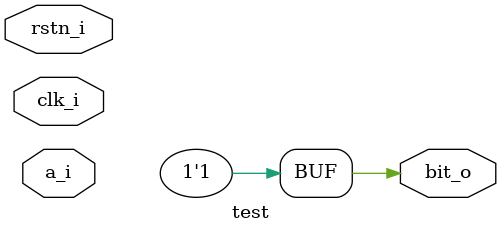
<source format=sv>
module test(
  input  logic  rstn_i,
  input  logic  clk_i,
  input  logic  a_i,
  output logic  bit_o 
  );
  
  assign bit_o = a_i | 1'b1;
endmodule

</source>
